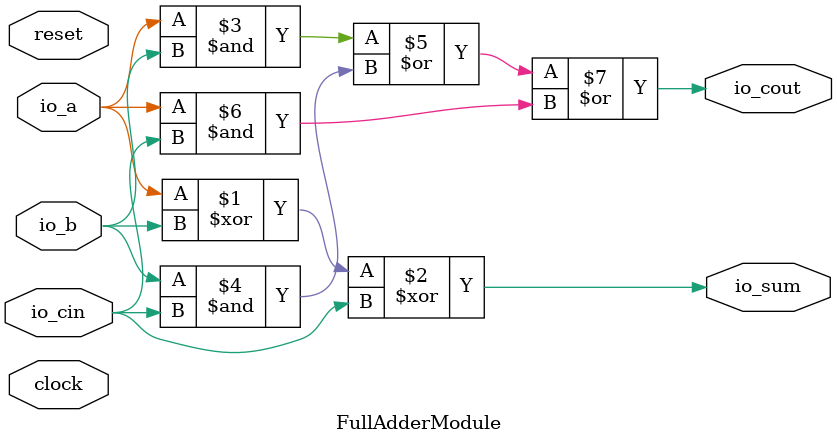
<source format=v>
module FullAdderModule(
  input   clock,
  input   reset,
  input   io_a,
  input   io_b,
  input   io_cin,
  output  io_sum,
  output  io_cout
);
  assign io_sum = io_a ^ io_b ^ io_cin; // @[FullAdder.scala 17:25]
  assign io_cout = io_a & io_b | io_b & io_cin | io_a & io_cin; // @[FullAdder.scala 19:46]

  // Dump VCD
  initial begin
    $dumpfile("VCD_File.vcd");
    $dumpvars;
  end

endmodule

</source>
